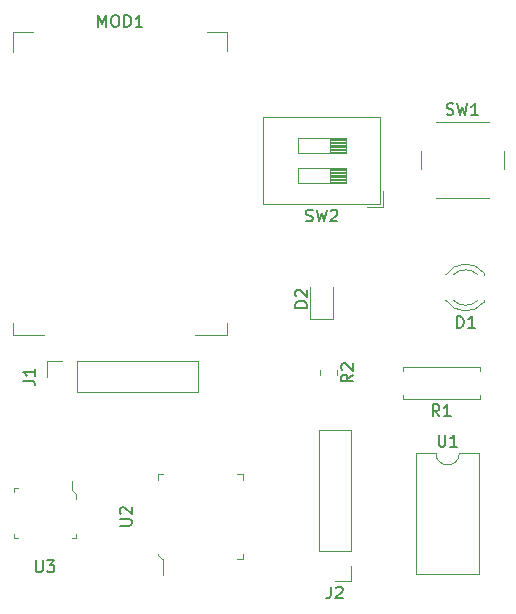
<source format=gto>
%TF.GenerationSoftware,KiCad,Pcbnew,(5.1.8)-1*%
%TF.CreationDate,2021-01-31T12:31:16-05:00*%
%TF.ProjectId,test CNC,74657374-2043-44e4-932e-6b696361645f,rev?*%
%TF.SameCoordinates,Original*%
%TF.FileFunction,Legend,Top*%
%TF.FilePolarity,Positive*%
%FSLAX46Y46*%
G04 Gerber Fmt 4.6, Leading zero omitted, Abs format (unit mm)*
G04 Created by KiCad (PCBNEW (5.1.8)-1) date 2021-01-31 12:31:16*
%MOMM*%
%LPD*%
G01*
G04 APERTURE LIST*
%ADD10C,0.120000*%
%ADD11C,0.100000*%
%ADD12C,0.150000*%
G04 APERTURE END LIST*
D10*
%TO.C,D1*%
X149540400Y-60311800D02*
X149540400Y-60155800D01*
X149540400Y-62627800D02*
X149540400Y-62471800D01*
X146308065Y-62470408D02*
G75*
G03*
X149540400Y-62627316I1672335J1078608D01*
G01*
X146308065Y-60313192D02*
G75*
G02*
X149540400Y-60156284I1672335J-1078608D01*
G01*
X146939270Y-62471637D02*
G75*
G03*
X149021361Y-62471800I1041130J1079837D01*
G01*
X146939270Y-60311963D02*
G75*
G02*
X149021361Y-60311800I1041130J-1079837D01*
G01*
%TO.C,D2*%
X136710300Y-64042000D02*
X136710300Y-61357000D01*
X134790300Y-64042000D02*
X136710300Y-64042000D01*
X134790300Y-61357000D02*
X134790300Y-64042000D01*
%TO.C,J1*%
X112512800Y-68948300D02*
X112512800Y-67618300D01*
X112512800Y-67618300D02*
X113842800Y-67618300D01*
X115112800Y-67618300D02*
X125332800Y-67618300D01*
X125332800Y-70278300D02*
X125332800Y-67618300D01*
X115112800Y-70278300D02*
X125332800Y-70278300D01*
X115112800Y-70278300D02*
X115112800Y-67618300D01*
%TO.C,J2*%
X138236000Y-86267600D02*
X136906000Y-86267600D01*
X138236000Y-84937600D02*
X138236000Y-86267600D01*
X138236000Y-83667600D02*
X135576000Y-83667600D01*
X135576000Y-83667600D02*
X135576000Y-73447600D01*
X138236000Y-83667600D02*
X138236000Y-73447600D01*
X138236000Y-73447600D02*
X135576000Y-73447600D01*
D11*
%TO.C,MOD1*%
X109649600Y-65405200D02*
X112299600Y-65405200D01*
X109649600Y-64355200D02*
X109649600Y-65405200D01*
X127799600Y-65425200D02*
X125099600Y-65425200D01*
X127799600Y-64385200D02*
X127799600Y-65425200D01*
X109679600Y-39785200D02*
X111309600Y-39785200D01*
X109679600Y-41415200D02*
X109679600Y-39785200D01*
X127749600Y-39785200D02*
X126109600Y-39785200D01*
X127749600Y-41405200D02*
X127749600Y-39785200D01*
D10*
%TO.C,R1*%
X142653000Y-68099000D02*
X142653000Y-68429000D01*
X149193000Y-68099000D02*
X142653000Y-68099000D01*
X149193000Y-68429000D02*
X149193000Y-68099000D01*
X142653000Y-70839000D02*
X142653000Y-70509000D01*
X149193000Y-70839000D02*
X142653000Y-70839000D01*
X149193000Y-70509000D02*
X149193000Y-70839000D01*
%TO.C,R2*%
X135612200Y-68378336D02*
X135612200Y-68832464D01*
X137082200Y-68378336D02*
X137082200Y-68832464D01*
%TO.C,SW1*%
X151199800Y-51336200D02*
X151199800Y-49836200D01*
X149949800Y-47336200D02*
X145449800Y-47336200D01*
X144199800Y-49836200D02*
X144199800Y-51336200D01*
X145449800Y-53836200D02*
X149949800Y-53836200D01*
%TO.C,SW2*%
X136465067Y-50012600D02*
X136465067Y-48742600D01*
X137818400Y-48812600D02*
X136465067Y-48812600D01*
X137818400Y-48932600D02*
X136465067Y-48932600D01*
X137818400Y-49052600D02*
X136465067Y-49052600D01*
X137818400Y-49172600D02*
X136465067Y-49172600D01*
X137818400Y-49292600D02*
X136465067Y-49292600D01*
X137818400Y-49412600D02*
X136465067Y-49412600D01*
X137818400Y-49532600D02*
X136465067Y-49532600D01*
X137818400Y-49652600D02*
X136465067Y-49652600D01*
X137818400Y-49772600D02*
X136465067Y-49772600D01*
X137818400Y-49892600D02*
X136465067Y-49892600D01*
X133758400Y-50012600D02*
X137818400Y-50012600D01*
X133758400Y-48742600D02*
X133758400Y-50012600D01*
X137818400Y-48742600D02*
X133758400Y-48742600D01*
X137818400Y-50012600D02*
X137818400Y-48742600D01*
X136465067Y-52552600D02*
X136465067Y-51282600D01*
X137818400Y-51352600D02*
X136465067Y-51352600D01*
X137818400Y-51472600D02*
X136465067Y-51472600D01*
X137818400Y-51592600D02*
X136465067Y-51592600D01*
X137818400Y-51712600D02*
X136465067Y-51712600D01*
X137818400Y-51832600D02*
X136465067Y-51832600D01*
X137818400Y-51952600D02*
X136465067Y-51952600D01*
X137818400Y-52072600D02*
X136465067Y-52072600D01*
X137818400Y-52192600D02*
X136465067Y-52192600D01*
X137818400Y-52312600D02*
X136465067Y-52312600D01*
X137818400Y-52432600D02*
X136465067Y-52432600D01*
X133758400Y-52552600D02*
X137818400Y-52552600D01*
X133758400Y-51282600D02*
X133758400Y-52552600D01*
X137818400Y-51282600D02*
X133758400Y-51282600D01*
X137818400Y-52552600D02*
X137818400Y-51282600D01*
X140978400Y-54577600D02*
X140978400Y-53194600D01*
X140978400Y-54577600D02*
X139594400Y-54577600D01*
X130838400Y-54337600D02*
X130838400Y-46957600D01*
X140738400Y-54337600D02*
X140738400Y-46957600D01*
X140738400Y-46957600D02*
X130838400Y-46957600D01*
X140738400Y-54337600D02*
X130838400Y-54337600D01*
%TO.C,U1*%
X149106400Y-75403400D02*
X147456400Y-75403400D01*
X149106400Y-85683400D02*
X149106400Y-75403400D01*
X143806400Y-85683400D02*
X149106400Y-85683400D01*
X143806400Y-75403400D02*
X143806400Y-85683400D01*
X145456400Y-75403400D02*
X143806400Y-75403400D01*
X147456400Y-75403400D02*
G75*
G02*
X145456400Y-75403400I-1000000J0D01*
G01*
D11*
%TO.C,U2*%
X129101400Y-84397400D02*
X128651400Y-84397400D01*
X129101400Y-84397400D02*
X129101400Y-83947400D01*
X129101400Y-77197400D02*
X129101400Y-77647400D01*
X129101400Y-77197400D02*
X128651400Y-77197400D01*
X121901400Y-77197400D02*
X122351400Y-77197400D01*
X121901400Y-77197400D02*
X121901400Y-77647400D01*
X122351400Y-84397400D02*
X122351400Y-85697400D01*
X122251400Y-84397400D02*
X122351400Y-84397400D01*
X121901400Y-84047400D02*
X122251400Y-84397400D01*
X121901400Y-83947400D02*
X121901400Y-84047400D01*
%TO.C,U3*%
X109769600Y-82567200D02*
X109769600Y-82267200D01*
X110069600Y-82567200D02*
X109769600Y-82567200D01*
X114969600Y-82567200D02*
X114969600Y-82267200D01*
X114669600Y-82567200D02*
X114969600Y-82567200D01*
X109769600Y-78367200D02*
X109769600Y-78667200D01*
X110069600Y-78367200D02*
X109769600Y-78367200D01*
X114669600Y-78567200D02*
X114669600Y-77767200D01*
X114969600Y-78867200D02*
X114669600Y-78567200D01*
X114969600Y-79267200D02*
X114969600Y-78867200D01*
%TO.C,D1*%
D12*
X147242304Y-64804180D02*
X147242304Y-63804180D01*
X147480400Y-63804180D01*
X147623257Y-63851800D01*
X147718495Y-63947038D01*
X147766114Y-64042276D01*
X147813733Y-64232752D01*
X147813733Y-64375609D01*
X147766114Y-64566085D01*
X147718495Y-64661323D01*
X147623257Y-64756561D01*
X147480400Y-64804180D01*
X147242304Y-64804180D01*
X148766114Y-64804180D02*
X148194685Y-64804180D01*
X148480400Y-64804180D02*
X148480400Y-63804180D01*
X148385161Y-63947038D01*
X148289923Y-64042276D01*
X148194685Y-64089895D01*
%TO.C,D2*%
X134552680Y-63095095D02*
X133552680Y-63095095D01*
X133552680Y-62857000D01*
X133600300Y-62714142D01*
X133695538Y-62618904D01*
X133790776Y-62571285D01*
X133981252Y-62523666D01*
X134124109Y-62523666D01*
X134314585Y-62571285D01*
X134409823Y-62618904D01*
X134505061Y-62714142D01*
X134552680Y-62857000D01*
X134552680Y-63095095D01*
X133647919Y-62142714D02*
X133600300Y-62095095D01*
X133552680Y-61999857D01*
X133552680Y-61761761D01*
X133600300Y-61666523D01*
X133647919Y-61618904D01*
X133743157Y-61571285D01*
X133838395Y-61571285D01*
X133981252Y-61618904D01*
X134552680Y-62190333D01*
X134552680Y-61571285D01*
%TO.C,J1*%
X110525180Y-69281633D02*
X111239466Y-69281633D01*
X111382323Y-69329252D01*
X111477561Y-69424490D01*
X111525180Y-69567347D01*
X111525180Y-69662585D01*
X111525180Y-68281633D02*
X111525180Y-68853061D01*
X111525180Y-68567347D02*
X110525180Y-68567347D01*
X110668038Y-68662585D01*
X110763276Y-68757823D01*
X110810895Y-68853061D01*
%TO.C,J2*%
X136572666Y-86719980D02*
X136572666Y-87434266D01*
X136525047Y-87577123D01*
X136429809Y-87672361D01*
X136286952Y-87719980D01*
X136191714Y-87719980D01*
X137001238Y-86815219D02*
X137048857Y-86767600D01*
X137144095Y-86719980D01*
X137382190Y-86719980D01*
X137477428Y-86767600D01*
X137525047Y-86815219D01*
X137572666Y-86910457D01*
X137572666Y-87005695D01*
X137525047Y-87148552D01*
X136953619Y-87719980D01*
X137572666Y-87719980D01*
%TO.C,MOD1*%
X116896266Y-39337580D02*
X116896266Y-38337580D01*
X117229600Y-39051866D01*
X117562933Y-38337580D01*
X117562933Y-39337580D01*
X118229600Y-38337580D02*
X118420076Y-38337580D01*
X118515314Y-38385200D01*
X118610552Y-38480438D01*
X118658171Y-38670914D01*
X118658171Y-39004247D01*
X118610552Y-39194723D01*
X118515314Y-39289961D01*
X118420076Y-39337580D01*
X118229600Y-39337580D01*
X118134361Y-39289961D01*
X118039123Y-39194723D01*
X117991504Y-39004247D01*
X117991504Y-38670914D01*
X118039123Y-38480438D01*
X118134361Y-38385200D01*
X118229600Y-38337580D01*
X119086742Y-39337580D02*
X119086742Y-38337580D01*
X119324838Y-38337580D01*
X119467695Y-38385200D01*
X119562933Y-38480438D01*
X119610552Y-38575676D01*
X119658171Y-38766152D01*
X119658171Y-38909009D01*
X119610552Y-39099485D01*
X119562933Y-39194723D01*
X119467695Y-39289961D01*
X119324838Y-39337580D01*
X119086742Y-39337580D01*
X120610552Y-39337580D02*
X120039123Y-39337580D01*
X120324838Y-39337580D02*
X120324838Y-38337580D01*
X120229600Y-38480438D01*
X120134361Y-38575676D01*
X120039123Y-38623295D01*
%TO.C,R1*%
X145756333Y-72291380D02*
X145423000Y-71815190D01*
X145184904Y-72291380D02*
X145184904Y-71291380D01*
X145565857Y-71291380D01*
X145661095Y-71339000D01*
X145708714Y-71386619D01*
X145756333Y-71481857D01*
X145756333Y-71624714D01*
X145708714Y-71719952D01*
X145661095Y-71767571D01*
X145565857Y-71815190D01*
X145184904Y-71815190D01*
X146708714Y-72291380D02*
X146137285Y-72291380D01*
X146423000Y-72291380D02*
X146423000Y-71291380D01*
X146327761Y-71434238D01*
X146232523Y-71529476D01*
X146137285Y-71577095D01*
%TO.C,R2*%
X138449580Y-68772066D02*
X137973390Y-69105400D01*
X138449580Y-69343495D02*
X137449580Y-69343495D01*
X137449580Y-68962542D01*
X137497200Y-68867304D01*
X137544819Y-68819685D01*
X137640057Y-68772066D01*
X137782914Y-68772066D01*
X137878152Y-68819685D01*
X137925771Y-68867304D01*
X137973390Y-68962542D01*
X137973390Y-69343495D01*
X137544819Y-68391114D02*
X137497200Y-68343495D01*
X137449580Y-68248257D01*
X137449580Y-68010161D01*
X137497200Y-67914923D01*
X137544819Y-67867304D01*
X137640057Y-67819685D01*
X137735295Y-67819685D01*
X137878152Y-67867304D01*
X138449580Y-68438733D01*
X138449580Y-67819685D01*
%TO.C,SW1*%
X146366466Y-46740961D02*
X146509323Y-46788580D01*
X146747419Y-46788580D01*
X146842657Y-46740961D01*
X146890276Y-46693342D01*
X146937895Y-46598104D01*
X146937895Y-46502866D01*
X146890276Y-46407628D01*
X146842657Y-46360009D01*
X146747419Y-46312390D01*
X146556942Y-46264771D01*
X146461704Y-46217152D01*
X146414085Y-46169533D01*
X146366466Y-46074295D01*
X146366466Y-45979057D01*
X146414085Y-45883819D01*
X146461704Y-45836200D01*
X146556942Y-45788580D01*
X146795038Y-45788580D01*
X146937895Y-45836200D01*
X147271228Y-45788580D02*
X147509323Y-46788580D01*
X147699800Y-46074295D01*
X147890276Y-46788580D01*
X148128371Y-45788580D01*
X149033133Y-46788580D02*
X148461704Y-46788580D01*
X148747419Y-46788580D02*
X148747419Y-45788580D01*
X148652180Y-45931438D01*
X148556942Y-46026676D01*
X148461704Y-46074295D01*
%TO.C,SW2*%
X134455066Y-55742361D02*
X134597923Y-55789980D01*
X134836019Y-55789980D01*
X134931257Y-55742361D01*
X134978876Y-55694742D01*
X135026495Y-55599504D01*
X135026495Y-55504266D01*
X134978876Y-55409028D01*
X134931257Y-55361409D01*
X134836019Y-55313790D01*
X134645542Y-55266171D01*
X134550304Y-55218552D01*
X134502685Y-55170933D01*
X134455066Y-55075695D01*
X134455066Y-54980457D01*
X134502685Y-54885219D01*
X134550304Y-54837600D01*
X134645542Y-54789980D01*
X134883638Y-54789980D01*
X135026495Y-54837600D01*
X135359828Y-54789980D02*
X135597923Y-55789980D01*
X135788400Y-55075695D01*
X135978876Y-55789980D01*
X136216971Y-54789980D01*
X136550304Y-54885219D02*
X136597923Y-54837600D01*
X136693161Y-54789980D01*
X136931257Y-54789980D01*
X137026495Y-54837600D01*
X137074114Y-54885219D01*
X137121733Y-54980457D01*
X137121733Y-55075695D01*
X137074114Y-55218552D01*
X136502685Y-55789980D01*
X137121733Y-55789980D01*
%TO.C,U1*%
X145694495Y-73855780D02*
X145694495Y-74665304D01*
X145742114Y-74760542D01*
X145789733Y-74808161D01*
X145884971Y-74855780D01*
X146075447Y-74855780D01*
X146170685Y-74808161D01*
X146218304Y-74760542D01*
X146265923Y-74665304D01*
X146265923Y-73855780D01*
X147265923Y-74855780D02*
X146694495Y-74855780D01*
X146980209Y-74855780D02*
X146980209Y-73855780D01*
X146884971Y-73998638D01*
X146789733Y-74093876D01*
X146694495Y-74141495D01*
%TO.C,U2*%
X118703780Y-81559304D02*
X119513304Y-81559304D01*
X119608542Y-81511685D01*
X119656161Y-81464066D01*
X119703780Y-81368828D01*
X119703780Y-81178352D01*
X119656161Y-81083114D01*
X119608542Y-81035495D01*
X119513304Y-80987876D01*
X118703780Y-80987876D01*
X118799019Y-80559304D02*
X118751400Y-80511685D01*
X118703780Y-80416447D01*
X118703780Y-80178352D01*
X118751400Y-80083114D01*
X118799019Y-80035495D01*
X118894257Y-79987876D01*
X118989495Y-79987876D01*
X119132352Y-80035495D01*
X119703780Y-80606923D01*
X119703780Y-79987876D01*
%TO.C,U3*%
X111589915Y-84489040D02*
X111589915Y-85298564D01*
X111637534Y-85393802D01*
X111685153Y-85441421D01*
X111780391Y-85489040D01*
X111970867Y-85489040D01*
X112066105Y-85441421D01*
X112113724Y-85393802D01*
X112161343Y-85298564D01*
X112161343Y-84489040D01*
X112542296Y-84489040D02*
X113161343Y-84489040D01*
X112828010Y-84869993D01*
X112970867Y-84869993D01*
X113066105Y-84917612D01*
X113113724Y-84965231D01*
X113161343Y-85060469D01*
X113161343Y-85298564D01*
X113113724Y-85393802D01*
X113066105Y-85441421D01*
X112970867Y-85489040D01*
X112685153Y-85489040D01*
X112589915Y-85441421D01*
X112542296Y-85393802D01*
%TD*%
M02*

</source>
